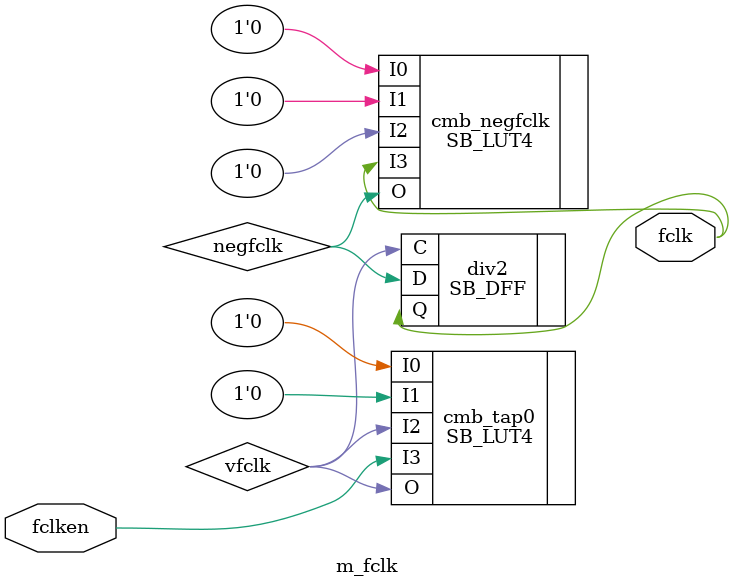
<source format=v>
/* -----------------------------------------------------------------------------
 * Part of midgetv
 * 2019. Copyright B. Nossum.
 * For licence, see LICENCE
 * -----------------------------------------------------------------------------
 */

/* FM modulation. Lots of noise. For ice40hx only. 
 *
 * The phase accumulator is a CLA variant. Each clock cycle the phase
 * accumulator holds a 13 bit number, but the exact representation 
 * depends on intermediate carry bits. The real msb *could* be found 
 * after pipelining, but the error is negligible compared with other 
 * errors in this code.
 * 
 * ( (309000000+75000)/309000000 - 1)*2^13 ~= 1.5, so we need 
 * a 13 bit accumulator to represent sidebands in a correct way.
 */
module m_fm_xmit
  (
   input        CLK_I, //        System clock
   input [14:0] DAT_I, //        Data from core, see below.
   input        STB_I, //        Module is accessed
   input        WE_I, //         Write cycle
   output       ACK_O, //        Acknowledge after write
   output [0:0] DAT_O, //        Can readback antennae (to examine timing)
   output       antennae //      FM output to antennae
   );
   reg [14:0]   sysreg;
   wire         antennaebuf;
   reg          meta_DAT_O;
   reg [0:0]    rDAT_O;
   wire         fclk;
   
   /* We may write to this module
    */
   always @(posedge CLK_I )
     if ( STB_I & WE_I )
       sysreg <= DAT_I;
   assign ACK_O = STB_I;
   
   /* SYSREG
    * 11111
    * 432109876543210
    * ||+++++++++++++ addend[12:0]  What to add in phase accumulator
    * |+------------- fclken        Enable fast clock
    * +-------------- en            Enable output
    */

   reg [12:0]   acc;
   reg [0:0]    cy;
   always @(posedge fclk) begin
      {cy[0],acc[ 6:0]} <= acc[ 6:0] + sysreg[ 6:0];
      acc[12:7]         <= acc[12:7] + sysreg[12:7] + cy[0];
   end

   // I tried to get this module to work for the iCE40UP parts. But:
   // Even with the following construction I could not get higher than 208 MHz with standard
   // placement. With highest effort: 228 MHz. It is perhaps possible
   // to reach 312 MHz with high placement, but I doubt it.
   //
   //    ** Hence I abandon.  **
   //   reg [12:0]   acc;
   //   reg [12:0]   cy;
   //   wire [12:0]  cmbacc,cmbcy;
   //   
   //   assign cmbcy[0] = 0;
   //   assign cmbcy[12:1]  = (acc[11:0]&cy[11:0]) | (sysreg[11:0]&cy[11:0]) | (acc[11:0]&sysreg[11:0]);
   //   assign cmbacc[11:0] = cy[11:0] ^ acc[11:0] ^ sysreg[11:0];
   //   assign cmbacc[12]   = cy[12]   ^ acc[12]   ^ sysreg[12];
   //   always @(posedge fclk) begin
   //      acc <= cmbacc;
   //      cy  <= cmbcy;
   //   end
   
   wire         antennaebufcmb;
   SB_LUT4 #(.LUT_INIT(16'h8888)) i_antennaebuf(.O(antennaebufcmb),.I3(1'b0),.I2(1'b0),.I1(acc[12]),.I0(sysreg[14]));
   SB_DFF r_antennaebuf( .Q(antennaebuf), .C(fclk), .D(antennaebufcmb));
   
   always @(posedge CLK_I ) begin
      meta_DAT_O <= antennaebuf;
      rDAT_O[0]  <= meta_DAT_O;
   end
   assign DAT_O[0] = rDAT_O[0];
   
   m_fclk i_fclk( .fclken(sysreg[13]), .fclk(fclk));
   
   assign antennae = antennaebuf;
endmodule

/*                     +--------------+
 *                     |         ___  |
 *                     +--|>o--|D Q|--+-- fclk
 * +--|>o--+-- vfclk ---------->C  |
 * |       |                   |___|
 * +-------+
 */
module m_fclk
  (
   input  fclken,
   output fclk
   );
   wire   vfclk,negfclk;
   SB_LUT4 #(.LUT_INIT(16'h0f00)) cmb_tap0(.O(vfclk),.I3(fclken),.I2(vfclk ),.I1(1'b0),.I0(1'b0));
   SB_LUT4 #(.LUT_INIT(16'h00ff)) cmb_negfclk(.O(negfclk),.I3(fclk),.I2(1'b0),.I1(1'b0),.I0(1'b0));
   SB_DFF div2( .Q(fclk), .C(vfclk), .D(negfclk));
endmodule

</source>
